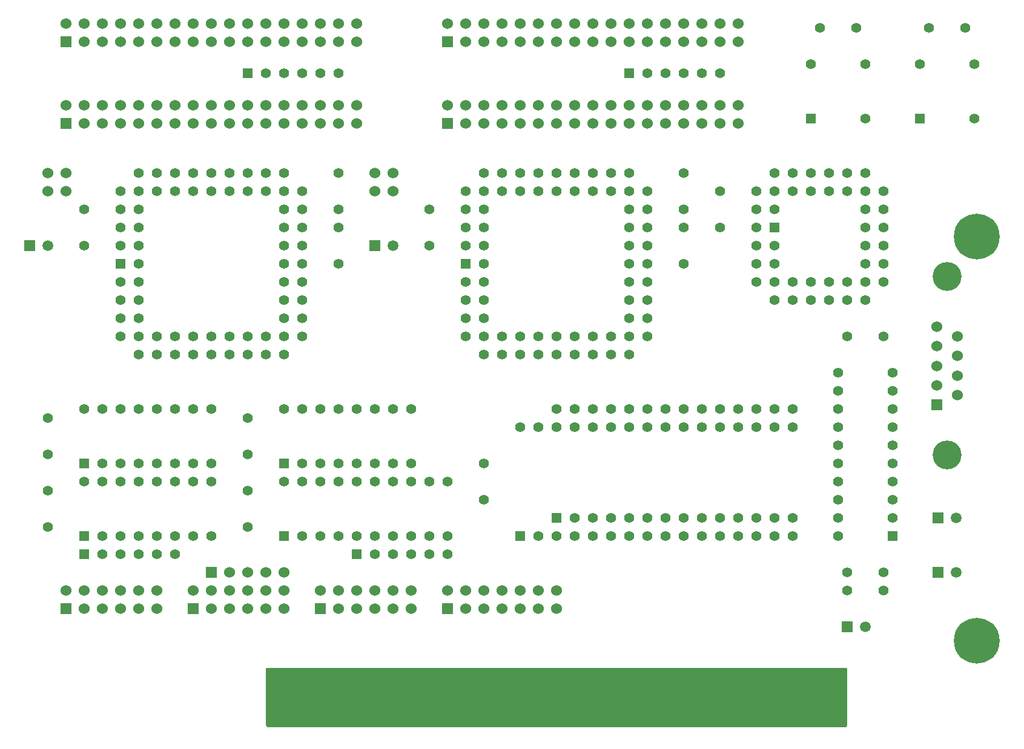
<source format=gts>
%TF.GenerationSoftware,KiCad,Pcbnew,(5.1.8)-1*%
%TF.CreationDate,2021-12-03T10:01:59-08:00*%
%TF.ProjectId,isa_monster_fdc,6973615f-6d6f-46e7-9374-65725f666463,1.0*%
%TF.SameCoordinates,Original*%
%TF.FileFunction,Soldermask,Top*%
%TF.FilePolarity,Negative*%
%FSLAX46Y46*%
G04 Gerber Fmt 4.6, Leading zero omitted, Abs format (unit mm)*
G04 Created by KiCad (PCBNEW (5.1.8)-1) date 2021-12-03 10:01:59*
%MOMM*%
%LPD*%
G01*
G04 APERTURE LIST*
%ADD10C,1.524000*%
%ADD11R,1.524000X1.524000*%
%ADD12C,1.397000*%
%ADD13R,1.397000X1.397000*%
%ADD14C,4.048760*%
%ADD15R,1.490980X1.490980*%
%ADD16C,1.490980*%
%ADD17C,0.800000*%
%ADD18C,6.400000*%
%ADD19C,0.254000*%
%ADD20C,0.150000*%
G04 APERTURE END LIST*
D10*
%TO.C,J2*%
X167640000Y-65405000D03*
X172720000Y-62865000D03*
X165100000Y-62865000D03*
X170180000Y-65405000D03*
X172720000Y-65405000D03*
X167640000Y-62865000D03*
X165100000Y-65405000D03*
X170180000Y-62865000D03*
X162560000Y-62865000D03*
X162560000Y-65405000D03*
X160020000Y-62865000D03*
X160020000Y-65405000D03*
X157480000Y-62865000D03*
X157480000Y-65405000D03*
X154940000Y-62865000D03*
X154940000Y-65405000D03*
X152400000Y-62865000D03*
X152400000Y-65405000D03*
X149860000Y-62865000D03*
X149860000Y-65405000D03*
X147320000Y-62865000D03*
X147320000Y-65405000D03*
X144780000Y-62865000D03*
X144780000Y-65405000D03*
X142240000Y-62865000D03*
X142240000Y-65405000D03*
X139700000Y-62865000D03*
X139700000Y-65405000D03*
X137160000Y-62865000D03*
X137160000Y-65405000D03*
X134620000Y-62865000D03*
X134620000Y-65405000D03*
X132080000Y-62865000D03*
D11*
X132080000Y-65405000D03*
%TD*%
D10*
%TO.C,J4*%
X114300000Y-65405000D03*
X119380000Y-62865000D03*
X111760000Y-62865000D03*
X116840000Y-65405000D03*
X119380000Y-65405000D03*
X114300000Y-62865000D03*
X111760000Y-65405000D03*
X116840000Y-62865000D03*
X109220000Y-62865000D03*
X109220000Y-65405000D03*
X106680000Y-62865000D03*
X106680000Y-65405000D03*
X104140000Y-62865000D03*
X104140000Y-65405000D03*
X101600000Y-62865000D03*
X101600000Y-65405000D03*
X99060000Y-62865000D03*
X99060000Y-65405000D03*
X96520000Y-62865000D03*
X96520000Y-65405000D03*
X93980000Y-62865000D03*
X93980000Y-65405000D03*
X91440000Y-62865000D03*
X91440000Y-65405000D03*
X88900000Y-62865000D03*
X88900000Y-65405000D03*
X86360000Y-62865000D03*
X86360000Y-65405000D03*
X83820000Y-62865000D03*
X83820000Y-65405000D03*
X81280000Y-62865000D03*
X81280000Y-65405000D03*
X78740000Y-62865000D03*
D11*
X78740000Y-65405000D03*
%TD*%
D10*
%TO.C,J1*%
X167640000Y-53975000D03*
X172720000Y-51435000D03*
X165100000Y-51435000D03*
X170180000Y-53975000D03*
X172720000Y-53975000D03*
X167640000Y-51435000D03*
X165100000Y-53975000D03*
X170180000Y-51435000D03*
X162560000Y-51435000D03*
X162560000Y-53975000D03*
X160020000Y-51435000D03*
X160020000Y-53975000D03*
X157480000Y-51435000D03*
X157480000Y-53975000D03*
X154940000Y-51435000D03*
X154940000Y-53975000D03*
X152400000Y-51435000D03*
X152400000Y-53975000D03*
X149860000Y-51435000D03*
X149860000Y-53975000D03*
X147320000Y-51435000D03*
X147320000Y-53975000D03*
X144780000Y-51435000D03*
X144780000Y-53975000D03*
X142240000Y-51435000D03*
X142240000Y-53975000D03*
X139700000Y-51435000D03*
X139700000Y-53975000D03*
X137160000Y-51435000D03*
X137160000Y-53975000D03*
X134620000Y-51435000D03*
X134620000Y-53975000D03*
X132080000Y-51435000D03*
D11*
X132080000Y-53975000D03*
%TD*%
D10*
%TO.C,J3*%
X114300000Y-53975000D03*
X119380000Y-51435000D03*
X111760000Y-51435000D03*
X116840000Y-53975000D03*
X119380000Y-53975000D03*
X114300000Y-51435000D03*
X111760000Y-53975000D03*
X116840000Y-51435000D03*
X109220000Y-51435000D03*
X109220000Y-53975000D03*
X106680000Y-51435000D03*
X106680000Y-53975000D03*
X104140000Y-51435000D03*
X104140000Y-53975000D03*
X101600000Y-51435000D03*
X101600000Y-53975000D03*
X99060000Y-51435000D03*
X99060000Y-53975000D03*
X96520000Y-51435000D03*
X96520000Y-53975000D03*
X93980000Y-51435000D03*
X93980000Y-53975000D03*
X91440000Y-51435000D03*
X91440000Y-53975000D03*
X88900000Y-51435000D03*
X88900000Y-53975000D03*
X86360000Y-51435000D03*
X86360000Y-53975000D03*
X83820000Y-51435000D03*
X83820000Y-53975000D03*
X81280000Y-51435000D03*
X81280000Y-53975000D03*
X78740000Y-51435000D03*
D11*
X78740000Y-53975000D03*
%TD*%
D12*
%TO.C,U3*%
X175260000Y-80010000D03*
X177800000Y-77470000D03*
X175260000Y-77470000D03*
X177800000Y-74930000D03*
X175260000Y-74930000D03*
X177800000Y-72390000D03*
X180340000Y-74930000D03*
X180340000Y-72390000D03*
X182880000Y-74930000D03*
X182880000Y-72390000D03*
X185420000Y-74930000D03*
X185420000Y-72390000D03*
X187960000Y-74930000D03*
X187960000Y-72390000D03*
X190500000Y-74930000D03*
X190500000Y-72390000D03*
X193040000Y-74930000D03*
X190500000Y-77470000D03*
X193040000Y-77470000D03*
X190500000Y-80010000D03*
X193040000Y-80010000D03*
X190500000Y-82550000D03*
X193040000Y-82550000D03*
X190500000Y-85090000D03*
X193040000Y-85090000D03*
X190500000Y-87630000D03*
X193040000Y-87630000D03*
X190500000Y-90170000D03*
X187960000Y-87630000D03*
X187960000Y-90170000D03*
X185420000Y-87630000D03*
X185420000Y-90170000D03*
X182880000Y-87630000D03*
X182880000Y-90170000D03*
X180340000Y-87630000D03*
X180340000Y-90170000D03*
X177800000Y-87630000D03*
X177800000Y-90170000D03*
X175260000Y-87630000D03*
X177800000Y-85090000D03*
X175260000Y-85090000D03*
X177800000Y-82550000D03*
X175260000Y-82550000D03*
D13*
X177800000Y-80010000D03*
%TD*%
D12*
%TO.C,X1*%
X182880000Y-57150000D03*
X190500000Y-57150000D03*
X190500000Y-64770000D03*
D13*
X182880000Y-64770000D03*
%TD*%
D12*
%TO.C,X2*%
X198120000Y-57150000D03*
X205740000Y-57150000D03*
X205740000Y-64770000D03*
D13*
X198120000Y-64770000D03*
%TD*%
D10*
%TO.C,J5*%
X203352400Y-103479600D03*
X203352400Y-100761800D03*
X203352400Y-97993200D03*
X203352400Y-95250000D03*
X200507600Y-93878400D03*
X200507600Y-96621600D03*
X200507600Y-99364800D03*
X200507600Y-102108000D03*
D11*
X200507600Y-104851200D03*
D14*
X201930000Y-86870540D03*
X201930000Y-111859060D03*
%TD*%
D12*
%TO.C,U1*%
X137160000Y-82550000D03*
X134620000Y-82550000D03*
X137160000Y-80010000D03*
X134620000Y-80010000D03*
X137160000Y-77470000D03*
X134620000Y-77470000D03*
X137160000Y-74930000D03*
X134620000Y-74930000D03*
X137160000Y-72390000D03*
X139700000Y-74930000D03*
X139700000Y-72390000D03*
X142240000Y-74930000D03*
X142240000Y-72390000D03*
X144780000Y-74930000D03*
X144780000Y-72390000D03*
X147320000Y-74930000D03*
X147320000Y-72390000D03*
X149860000Y-74930000D03*
X149860000Y-72390000D03*
X152400000Y-74930000D03*
X152400000Y-72390000D03*
X154940000Y-74930000D03*
X154940000Y-72390000D03*
X157480000Y-74930000D03*
X157480000Y-72390000D03*
X160020000Y-74930000D03*
X157480000Y-77470000D03*
X160020000Y-77470000D03*
X157480000Y-80010000D03*
X160020000Y-80010000D03*
X157480000Y-82550000D03*
X160020000Y-82550000D03*
X157480000Y-85090000D03*
X160020000Y-85090000D03*
X157480000Y-87630000D03*
X160020000Y-87630000D03*
X157480000Y-90170000D03*
X160020000Y-90170000D03*
X157480000Y-92710000D03*
X160020000Y-92710000D03*
X157480000Y-95250000D03*
X160020000Y-95250000D03*
X157480000Y-97790000D03*
X154940000Y-95250000D03*
X154940000Y-97790000D03*
X152400000Y-95250000D03*
X152400000Y-97790000D03*
X149860000Y-95250000D03*
X149860000Y-97790000D03*
X147320000Y-95250000D03*
X147320000Y-97790000D03*
X144780000Y-95250000D03*
X144780000Y-97790000D03*
X142240000Y-95250000D03*
X142240000Y-97790000D03*
X139700000Y-95250000D03*
X139700000Y-97790000D03*
X137160000Y-95250000D03*
X137160000Y-97790000D03*
X134620000Y-95250000D03*
X137160000Y-92710000D03*
X134620000Y-92710000D03*
X137160000Y-90170000D03*
X134620000Y-90170000D03*
X137160000Y-87630000D03*
X134620000Y-87630000D03*
X137160000Y-85090000D03*
D13*
X134620000Y-85090000D03*
%TD*%
D12*
%TO.C,U2*%
X88900000Y-82550000D03*
X86360000Y-82550000D03*
X88900000Y-80010000D03*
X86360000Y-80010000D03*
X88900000Y-77470000D03*
X86360000Y-77470000D03*
X88900000Y-74930000D03*
X86360000Y-74930000D03*
X88900000Y-72390000D03*
X91440000Y-74930000D03*
X91440000Y-72390000D03*
X93980000Y-74930000D03*
X93980000Y-72390000D03*
X96520000Y-74930000D03*
X96520000Y-72390000D03*
X99060000Y-74930000D03*
X99060000Y-72390000D03*
X101600000Y-74930000D03*
X101600000Y-72390000D03*
X104140000Y-74930000D03*
X104140000Y-72390000D03*
X106680000Y-74930000D03*
X106680000Y-72390000D03*
X109220000Y-74930000D03*
X109220000Y-72390000D03*
X111760000Y-74930000D03*
X109220000Y-77470000D03*
X111760000Y-77470000D03*
X109220000Y-80010000D03*
X111760000Y-80010000D03*
X109220000Y-82550000D03*
X111760000Y-82550000D03*
X109220000Y-85090000D03*
X111760000Y-85090000D03*
X109220000Y-87630000D03*
X111760000Y-87630000D03*
X109220000Y-90170000D03*
X111760000Y-90170000D03*
X109220000Y-92710000D03*
X111760000Y-92710000D03*
X109220000Y-95250000D03*
X111760000Y-95250000D03*
X109220000Y-97790000D03*
X106680000Y-95250000D03*
X106680000Y-97790000D03*
X104140000Y-95250000D03*
X104140000Y-97790000D03*
X101600000Y-95250000D03*
X101600000Y-97790000D03*
X99060000Y-95250000D03*
X99060000Y-97790000D03*
X96520000Y-95250000D03*
X96520000Y-97790000D03*
X93980000Y-95250000D03*
X93980000Y-97790000D03*
X91440000Y-95250000D03*
X91440000Y-97790000D03*
X88900000Y-95250000D03*
X88900000Y-97790000D03*
X86360000Y-95250000D03*
X88900000Y-92710000D03*
X86360000Y-92710000D03*
X88900000Y-90170000D03*
X86360000Y-90170000D03*
X88900000Y-87630000D03*
X86360000Y-87630000D03*
X88900000Y-85090000D03*
D13*
X86360000Y-85090000D03*
%TD*%
%TO.C,U5*%
X142240000Y-123190000D03*
D12*
X144780000Y-123190000D03*
X147320000Y-123190000D03*
X149860000Y-123190000D03*
X152400000Y-123190000D03*
X154940000Y-123190000D03*
X157480000Y-123190000D03*
X160020000Y-123190000D03*
X162560000Y-123190000D03*
X165100000Y-123190000D03*
X167640000Y-123190000D03*
X170180000Y-123190000D03*
X172720000Y-123190000D03*
X175260000Y-123190000D03*
X177800000Y-123190000D03*
X180340000Y-123190000D03*
X180340000Y-107950000D03*
X177800000Y-107950000D03*
X175260000Y-107950000D03*
X172720000Y-107950000D03*
X170180000Y-107950000D03*
X167640000Y-107950000D03*
X165100000Y-107950000D03*
X162560000Y-107950000D03*
X160020000Y-107950000D03*
X157480000Y-107950000D03*
X154940000Y-107950000D03*
X152400000Y-107950000D03*
X149860000Y-107950000D03*
X147320000Y-107950000D03*
X144780000Y-107950000D03*
X142240000Y-107950000D03*
%TD*%
D13*
%TO.C,U8*%
X109220000Y-113030000D03*
D12*
X111760000Y-113030000D03*
X114300000Y-113030000D03*
X116840000Y-113030000D03*
X119380000Y-113030000D03*
X121920000Y-113030000D03*
X124460000Y-113030000D03*
X127000000Y-113030000D03*
X127000000Y-105410000D03*
X124460000Y-105410000D03*
X121920000Y-105410000D03*
X119380000Y-105410000D03*
X116840000Y-105410000D03*
X114300000Y-105410000D03*
X111760000Y-105410000D03*
X109220000Y-105410000D03*
%TD*%
D13*
%TO.C,U7*%
X109220000Y-123190000D03*
D12*
X111760000Y-123190000D03*
X114300000Y-123190000D03*
X116840000Y-123190000D03*
X119380000Y-123190000D03*
X121920000Y-123190000D03*
X124460000Y-123190000D03*
X127000000Y-123190000D03*
X129540000Y-123190000D03*
X132080000Y-123190000D03*
X132080000Y-115570000D03*
X129540000Y-115570000D03*
X127000000Y-115570000D03*
X124460000Y-115570000D03*
X121920000Y-115570000D03*
X119380000Y-115570000D03*
X116840000Y-115570000D03*
X114300000Y-115570000D03*
X111760000Y-115570000D03*
X109220000Y-115570000D03*
%TD*%
D13*
%TO.C,U10*%
X81280000Y-113030000D03*
D12*
X83820000Y-113030000D03*
X86360000Y-113030000D03*
X88900000Y-113030000D03*
X91440000Y-113030000D03*
X93980000Y-113030000D03*
X96520000Y-113030000D03*
X99060000Y-113030000D03*
X99060000Y-105410000D03*
X96520000Y-105410000D03*
X93980000Y-105410000D03*
X91440000Y-105410000D03*
X88900000Y-105410000D03*
X86360000Y-105410000D03*
X83820000Y-105410000D03*
X81280000Y-105410000D03*
%TD*%
%TO.C,BUS1*%
G36*
G01*
X108331000Y-149352000D02*
X108331000Y-142113000D01*
G75*
G02*
X108775500Y-141668500I444500J0D01*
G01*
X109664500Y-141668500D01*
G75*
G02*
X110109000Y-142113000I0J-444500D01*
G01*
X110109000Y-149352000D01*
G75*
G02*
X109664500Y-149796500I-444500J0D01*
G01*
X108775500Y-149796500D01*
G75*
G02*
X108331000Y-149352000I0J444500D01*
G01*
G37*
G36*
G01*
X110871000Y-149352000D02*
X110871000Y-142113000D01*
G75*
G02*
X111315500Y-141668500I444500J0D01*
G01*
X112204500Y-141668500D01*
G75*
G02*
X112649000Y-142113000I0J-444500D01*
G01*
X112649000Y-149352000D01*
G75*
G02*
X112204500Y-149796500I-444500J0D01*
G01*
X111315500Y-149796500D01*
G75*
G02*
X110871000Y-149352000I0J444500D01*
G01*
G37*
G36*
G01*
X113411000Y-149352000D02*
X113411000Y-142113000D01*
G75*
G02*
X113855500Y-141668500I444500J0D01*
G01*
X114744500Y-141668500D01*
G75*
G02*
X115189000Y-142113000I0J-444500D01*
G01*
X115189000Y-149352000D01*
G75*
G02*
X114744500Y-149796500I-444500J0D01*
G01*
X113855500Y-149796500D01*
G75*
G02*
X113411000Y-149352000I0J444500D01*
G01*
G37*
G36*
G01*
X115951000Y-149352000D02*
X115951000Y-142113000D01*
G75*
G02*
X116395500Y-141668500I444500J0D01*
G01*
X117284500Y-141668500D01*
G75*
G02*
X117729000Y-142113000I0J-444500D01*
G01*
X117729000Y-149352000D01*
G75*
G02*
X117284500Y-149796500I-444500J0D01*
G01*
X116395500Y-149796500D01*
G75*
G02*
X115951000Y-149352000I0J444500D01*
G01*
G37*
G36*
G01*
X118491000Y-149352000D02*
X118491000Y-142113000D01*
G75*
G02*
X118935500Y-141668500I444500J0D01*
G01*
X119824500Y-141668500D01*
G75*
G02*
X120269000Y-142113000I0J-444500D01*
G01*
X120269000Y-149352000D01*
G75*
G02*
X119824500Y-149796500I-444500J0D01*
G01*
X118935500Y-149796500D01*
G75*
G02*
X118491000Y-149352000I0J444500D01*
G01*
G37*
G36*
G01*
X121031000Y-149352000D02*
X121031000Y-142113000D01*
G75*
G02*
X121475500Y-141668500I444500J0D01*
G01*
X122364500Y-141668500D01*
G75*
G02*
X122809000Y-142113000I0J-444500D01*
G01*
X122809000Y-149352000D01*
G75*
G02*
X122364500Y-149796500I-444500J0D01*
G01*
X121475500Y-149796500D01*
G75*
G02*
X121031000Y-149352000I0J444500D01*
G01*
G37*
G36*
G01*
X123571000Y-149352000D02*
X123571000Y-142113000D01*
G75*
G02*
X124015500Y-141668500I444500J0D01*
G01*
X124904500Y-141668500D01*
G75*
G02*
X125349000Y-142113000I0J-444500D01*
G01*
X125349000Y-149352000D01*
G75*
G02*
X124904500Y-149796500I-444500J0D01*
G01*
X124015500Y-149796500D01*
G75*
G02*
X123571000Y-149352000I0J444500D01*
G01*
G37*
G36*
G01*
X126111000Y-149352000D02*
X126111000Y-142113000D01*
G75*
G02*
X126555500Y-141668500I444500J0D01*
G01*
X127444500Y-141668500D01*
G75*
G02*
X127889000Y-142113000I0J-444500D01*
G01*
X127889000Y-149352000D01*
G75*
G02*
X127444500Y-149796500I-444500J0D01*
G01*
X126555500Y-149796500D01*
G75*
G02*
X126111000Y-149352000I0J444500D01*
G01*
G37*
G36*
G01*
X128651000Y-149352000D02*
X128651000Y-142113000D01*
G75*
G02*
X129095500Y-141668500I444500J0D01*
G01*
X129984500Y-141668500D01*
G75*
G02*
X130429000Y-142113000I0J-444500D01*
G01*
X130429000Y-149352000D01*
G75*
G02*
X129984500Y-149796500I-444500J0D01*
G01*
X129095500Y-149796500D01*
G75*
G02*
X128651000Y-149352000I0J444500D01*
G01*
G37*
G36*
G01*
X131191000Y-149352000D02*
X131191000Y-142113000D01*
G75*
G02*
X131635500Y-141668500I444500J0D01*
G01*
X132524500Y-141668500D01*
G75*
G02*
X132969000Y-142113000I0J-444500D01*
G01*
X132969000Y-149352000D01*
G75*
G02*
X132524500Y-149796500I-444500J0D01*
G01*
X131635500Y-149796500D01*
G75*
G02*
X131191000Y-149352000I0J444500D01*
G01*
G37*
G36*
G01*
X133731000Y-149352000D02*
X133731000Y-142113000D01*
G75*
G02*
X134175500Y-141668500I444500J0D01*
G01*
X135064500Y-141668500D01*
G75*
G02*
X135509000Y-142113000I0J-444500D01*
G01*
X135509000Y-149352000D01*
G75*
G02*
X135064500Y-149796500I-444500J0D01*
G01*
X134175500Y-149796500D01*
G75*
G02*
X133731000Y-149352000I0J444500D01*
G01*
G37*
G36*
G01*
X136271000Y-149352000D02*
X136271000Y-142113000D01*
G75*
G02*
X136715500Y-141668500I444500J0D01*
G01*
X137604500Y-141668500D01*
G75*
G02*
X138049000Y-142113000I0J-444500D01*
G01*
X138049000Y-149352000D01*
G75*
G02*
X137604500Y-149796500I-444500J0D01*
G01*
X136715500Y-149796500D01*
G75*
G02*
X136271000Y-149352000I0J444500D01*
G01*
G37*
G36*
G01*
X138811000Y-149352000D02*
X138811000Y-142113000D01*
G75*
G02*
X139255500Y-141668500I444500J0D01*
G01*
X140144500Y-141668500D01*
G75*
G02*
X140589000Y-142113000I0J-444500D01*
G01*
X140589000Y-149352000D01*
G75*
G02*
X140144500Y-149796500I-444500J0D01*
G01*
X139255500Y-149796500D01*
G75*
G02*
X138811000Y-149352000I0J444500D01*
G01*
G37*
G36*
G01*
X141351000Y-149352000D02*
X141351000Y-142113000D01*
G75*
G02*
X141795500Y-141668500I444500J0D01*
G01*
X142684500Y-141668500D01*
G75*
G02*
X143129000Y-142113000I0J-444500D01*
G01*
X143129000Y-149352000D01*
G75*
G02*
X142684500Y-149796500I-444500J0D01*
G01*
X141795500Y-149796500D01*
G75*
G02*
X141351000Y-149352000I0J444500D01*
G01*
G37*
G36*
G01*
X143891000Y-149352000D02*
X143891000Y-142113000D01*
G75*
G02*
X144335500Y-141668500I444500J0D01*
G01*
X145224500Y-141668500D01*
G75*
G02*
X145669000Y-142113000I0J-444500D01*
G01*
X145669000Y-149352000D01*
G75*
G02*
X145224500Y-149796500I-444500J0D01*
G01*
X144335500Y-149796500D01*
G75*
G02*
X143891000Y-149352000I0J444500D01*
G01*
G37*
G36*
G01*
X146431000Y-149352000D02*
X146431000Y-142113000D01*
G75*
G02*
X146875500Y-141668500I444500J0D01*
G01*
X147764500Y-141668500D01*
G75*
G02*
X148209000Y-142113000I0J-444500D01*
G01*
X148209000Y-149352000D01*
G75*
G02*
X147764500Y-149796500I-444500J0D01*
G01*
X146875500Y-149796500D01*
G75*
G02*
X146431000Y-149352000I0J444500D01*
G01*
G37*
G36*
G01*
X148971000Y-149352000D02*
X148971000Y-142113000D01*
G75*
G02*
X149415500Y-141668500I444500J0D01*
G01*
X150304500Y-141668500D01*
G75*
G02*
X150749000Y-142113000I0J-444500D01*
G01*
X150749000Y-149352000D01*
G75*
G02*
X150304500Y-149796500I-444500J0D01*
G01*
X149415500Y-149796500D01*
G75*
G02*
X148971000Y-149352000I0J444500D01*
G01*
G37*
G36*
G01*
X151511000Y-149352000D02*
X151511000Y-142113000D01*
G75*
G02*
X151955500Y-141668500I444500J0D01*
G01*
X152844500Y-141668500D01*
G75*
G02*
X153289000Y-142113000I0J-444500D01*
G01*
X153289000Y-149352000D01*
G75*
G02*
X152844500Y-149796500I-444500J0D01*
G01*
X151955500Y-149796500D01*
G75*
G02*
X151511000Y-149352000I0J444500D01*
G01*
G37*
G36*
G01*
X154051000Y-149352000D02*
X154051000Y-142113000D01*
G75*
G02*
X154495500Y-141668500I444500J0D01*
G01*
X155384500Y-141668500D01*
G75*
G02*
X155829000Y-142113000I0J-444500D01*
G01*
X155829000Y-149352000D01*
G75*
G02*
X155384500Y-149796500I-444500J0D01*
G01*
X154495500Y-149796500D01*
G75*
G02*
X154051000Y-149352000I0J444500D01*
G01*
G37*
G36*
G01*
X156591000Y-149352000D02*
X156591000Y-142113000D01*
G75*
G02*
X157035500Y-141668500I444500J0D01*
G01*
X157924500Y-141668500D01*
G75*
G02*
X158369000Y-142113000I0J-444500D01*
G01*
X158369000Y-149352000D01*
G75*
G02*
X157924500Y-149796500I-444500J0D01*
G01*
X157035500Y-149796500D01*
G75*
G02*
X156591000Y-149352000I0J444500D01*
G01*
G37*
G36*
G01*
X159131000Y-149352000D02*
X159131000Y-142113000D01*
G75*
G02*
X159575500Y-141668500I444500J0D01*
G01*
X160464500Y-141668500D01*
G75*
G02*
X160909000Y-142113000I0J-444500D01*
G01*
X160909000Y-149352000D01*
G75*
G02*
X160464500Y-149796500I-444500J0D01*
G01*
X159575500Y-149796500D01*
G75*
G02*
X159131000Y-149352000I0J444500D01*
G01*
G37*
G36*
G01*
X161671000Y-149352000D02*
X161671000Y-142113000D01*
G75*
G02*
X162115500Y-141668500I444500J0D01*
G01*
X163004500Y-141668500D01*
G75*
G02*
X163449000Y-142113000I0J-444500D01*
G01*
X163449000Y-149352000D01*
G75*
G02*
X163004500Y-149796500I-444500J0D01*
G01*
X162115500Y-149796500D01*
G75*
G02*
X161671000Y-149352000I0J444500D01*
G01*
G37*
G36*
G01*
X164211000Y-149352000D02*
X164211000Y-142113000D01*
G75*
G02*
X164655500Y-141668500I444500J0D01*
G01*
X165544500Y-141668500D01*
G75*
G02*
X165989000Y-142113000I0J-444500D01*
G01*
X165989000Y-149352000D01*
G75*
G02*
X165544500Y-149796500I-444500J0D01*
G01*
X164655500Y-149796500D01*
G75*
G02*
X164211000Y-149352000I0J444500D01*
G01*
G37*
G36*
G01*
X166751000Y-149352000D02*
X166751000Y-142113000D01*
G75*
G02*
X167195500Y-141668500I444500J0D01*
G01*
X168084500Y-141668500D01*
G75*
G02*
X168529000Y-142113000I0J-444500D01*
G01*
X168529000Y-149352000D01*
G75*
G02*
X168084500Y-149796500I-444500J0D01*
G01*
X167195500Y-149796500D01*
G75*
G02*
X166751000Y-149352000I0J444500D01*
G01*
G37*
G36*
G01*
X169291000Y-149352000D02*
X169291000Y-142113000D01*
G75*
G02*
X169735500Y-141668500I444500J0D01*
G01*
X170624500Y-141668500D01*
G75*
G02*
X171069000Y-142113000I0J-444500D01*
G01*
X171069000Y-149352000D01*
G75*
G02*
X170624500Y-149796500I-444500J0D01*
G01*
X169735500Y-149796500D01*
G75*
G02*
X169291000Y-149352000I0J444500D01*
G01*
G37*
G36*
G01*
X171831000Y-149352000D02*
X171831000Y-142113000D01*
G75*
G02*
X172275500Y-141668500I444500J0D01*
G01*
X173164500Y-141668500D01*
G75*
G02*
X173609000Y-142113000I0J-444500D01*
G01*
X173609000Y-149352000D01*
G75*
G02*
X173164500Y-149796500I-444500J0D01*
G01*
X172275500Y-149796500D01*
G75*
G02*
X171831000Y-149352000I0J444500D01*
G01*
G37*
G36*
G01*
X174371000Y-149352000D02*
X174371000Y-142113000D01*
G75*
G02*
X174815500Y-141668500I444500J0D01*
G01*
X175704500Y-141668500D01*
G75*
G02*
X176149000Y-142113000I0J-444500D01*
G01*
X176149000Y-149352000D01*
G75*
G02*
X175704500Y-149796500I-444500J0D01*
G01*
X174815500Y-149796500D01*
G75*
G02*
X174371000Y-149352000I0J444500D01*
G01*
G37*
G36*
G01*
X176911000Y-149352000D02*
X176911000Y-142113000D01*
G75*
G02*
X177355500Y-141668500I444500J0D01*
G01*
X178244500Y-141668500D01*
G75*
G02*
X178689000Y-142113000I0J-444500D01*
G01*
X178689000Y-149352000D01*
G75*
G02*
X178244500Y-149796500I-444500J0D01*
G01*
X177355500Y-149796500D01*
G75*
G02*
X176911000Y-149352000I0J444500D01*
G01*
G37*
G36*
G01*
X179451000Y-149352000D02*
X179451000Y-142113000D01*
G75*
G02*
X179895500Y-141668500I444500J0D01*
G01*
X180784500Y-141668500D01*
G75*
G02*
X181229000Y-142113000I0J-444500D01*
G01*
X181229000Y-149352000D01*
G75*
G02*
X180784500Y-149796500I-444500J0D01*
G01*
X179895500Y-149796500D01*
G75*
G02*
X179451000Y-149352000I0J444500D01*
G01*
G37*
G36*
G01*
X181991000Y-149352000D02*
X181991000Y-142113000D01*
G75*
G02*
X182435500Y-141668500I444500J0D01*
G01*
X183324500Y-141668500D01*
G75*
G02*
X183769000Y-142113000I0J-444500D01*
G01*
X183769000Y-149352000D01*
G75*
G02*
X183324500Y-149796500I-444500J0D01*
G01*
X182435500Y-149796500D01*
G75*
G02*
X181991000Y-149352000I0J444500D01*
G01*
G37*
G36*
G01*
X184531000Y-149352000D02*
X184531000Y-142113000D01*
G75*
G02*
X184975500Y-141668500I444500J0D01*
G01*
X185864500Y-141668500D01*
G75*
G02*
X186309000Y-142113000I0J-444500D01*
G01*
X186309000Y-149352000D01*
G75*
G02*
X185864500Y-149796500I-444500J0D01*
G01*
X184975500Y-149796500D01*
G75*
G02*
X184531000Y-149352000I0J444500D01*
G01*
G37*
%TD*%
D15*
%TO.C,C20*%
X73680000Y-82550000D03*
D16*
X76180000Y-82550000D03*
%TD*%
D12*
%TO.C,RN2*%
X116840000Y-58420000D03*
X114300000Y-58420000D03*
X111760000Y-58420000D03*
X109220000Y-58420000D03*
X106680000Y-58420000D03*
D13*
X104140000Y-58420000D03*
%TD*%
D12*
%TO.C,C1*%
X165100000Y-80010000D03*
X165100000Y-85090000D03*
%TD*%
%TO.C,C2*%
X116840000Y-85090000D03*
X116840000Y-80010000D03*
%TD*%
%TO.C,C3*%
X165100000Y-77470000D03*
X165100000Y-72390000D03*
%TD*%
%TO.C,C4*%
X116840000Y-72390000D03*
X116840000Y-77470000D03*
%TD*%
%TO.C,C5*%
X129540000Y-82550000D03*
X129540000Y-77470000D03*
%TD*%
%TO.C,C6*%
X81280000Y-77470000D03*
X81280000Y-82550000D03*
%TD*%
%TO.C,C7*%
X170180000Y-80010000D03*
X170180000Y-74930000D03*
%TD*%
%TO.C,C8*%
X193040000Y-128270000D03*
X187960000Y-128270000D03*
%TD*%
%TO.C,C9*%
X137160000Y-113030000D03*
X137160000Y-118110000D03*
%TD*%
%TO.C,C10*%
X104140000Y-121920000D03*
X104140000Y-116840000D03*
%TD*%
%TO.C,C11*%
X104140000Y-106680000D03*
X104140000Y-111760000D03*
%TD*%
%TO.C,C12*%
X76200000Y-121920000D03*
X76200000Y-116840000D03*
%TD*%
%TO.C,C13*%
X76200000Y-106680000D03*
X76200000Y-111760000D03*
%TD*%
%TO.C,C14*%
X189230000Y-52070000D03*
X184150000Y-52070000D03*
%TD*%
%TO.C,C15*%
X199390000Y-52070000D03*
X204470000Y-52070000D03*
%TD*%
%TO.C,C16*%
X193040000Y-130810000D03*
X187960000Y-130810000D03*
%TD*%
%TO.C,C17*%
X187960000Y-95250000D03*
X193040000Y-95250000D03*
%TD*%
D16*
%TO.C,C18*%
X190480000Y-135890000D03*
D15*
X187980000Y-135890000D03*
%TD*%
D16*
%TO.C,C19*%
X124440000Y-82550000D03*
D15*
X121940000Y-82550000D03*
%TD*%
D16*
%TO.C,C22*%
X203180000Y-120650000D03*
D15*
X200680000Y-120650000D03*
%TD*%
%TO.C,C23*%
X200680000Y-128270000D03*
D16*
X203180000Y-128270000D03*
%TD*%
D17*
%TO.C,HOLE1*%
X207818056Y-79582944D03*
X206121000Y-78880000D03*
X204423944Y-79582944D03*
X203721000Y-81280000D03*
X204423944Y-82977056D03*
X206121000Y-83680000D03*
X207818056Y-82977056D03*
X208521000Y-81280000D03*
D18*
X206121000Y-81280000D03*
%TD*%
%TO.C,HOLE2*%
X206121000Y-137795000D03*
D17*
X208521000Y-137795000D03*
X207818056Y-139492056D03*
X206121000Y-140195000D03*
X204423944Y-139492056D03*
X203721000Y-137795000D03*
X204423944Y-136097944D03*
X206121000Y-135395000D03*
X207818056Y-136097944D03*
%TD*%
D10*
%TO.C,JP6*%
X121920000Y-72390000D03*
X121920000Y-74930000D03*
%TD*%
%TO.C,JP7*%
X124460000Y-74930000D03*
X124460000Y-72390000D03*
%TD*%
%TO.C,JP8*%
X76200000Y-72390000D03*
X76200000Y-74930000D03*
%TD*%
%TO.C,JP9*%
X78740000Y-74930000D03*
X78740000Y-72390000D03*
%TD*%
D13*
%TO.C,U6*%
X147320000Y-120650000D03*
D12*
X149860000Y-120650000D03*
X152400000Y-120650000D03*
X154940000Y-120650000D03*
X157480000Y-120650000D03*
X160020000Y-120650000D03*
X162560000Y-120650000D03*
X165100000Y-120650000D03*
X167640000Y-120650000D03*
X170180000Y-120650000D03*
X172720000Y-120650000D03*
X175260000Y-120650000D03*
X177800000Y-120650000D03*
X180340000Y-120650000D03*
X180340000Y-105410000D03*
X177800000Y-105410000D03*
X175260000Y-105410000D03*
X172720000Y-105410000D03*
X170180000Y-105410000D03*
X167640000Y-105410000D03*
X165100000Y-105410000D03*
X162560000Y-105410000D03*
X160020000Y-105410000D03*
X157480000Y-105410000D03*
X154940000Y-105410000D03*
X152400000Y-105410000D03*
X149860000Y-105410000D03*
X147320000Y-105410000D03*
%TD*%
%TO.C,U9*%
X81280000Y-115570000D03*
X83820000Y-115570000D03*
X86360000Y-115570000D03*
X88900000Y-115570000D03*
X91440000Y-115570000D03*
X93980000Y-115570000D03*
X96520000Y-115570000D03*
X99060000Y-115570000D03*
X99060000Y-123190000D03*
X96520000Y-123190000D03*
X93980000Y-123190000D03*
X91440000Y-123190000D03*
X88900000Y-123190000D03*
X86360000Y-123190000D03*
X83820000Y-123190000D03*
D13*
X81280000Y-123190000D03*
%TD*%
D10*
%TO.C,JP1*%
X91440000Y-130810000D03*
X91440000Y-133350000D03*
X88900000Y-130810000D03*
X88900000Y-133350000D03*
X86360000Y-130810000D03*
X86360000Y-133350000D03*
X83820000Y-130810000D03*
X83820000Y-133350000D03*
X81280000Y-130810000D03*
X81280000Y-133350000D03*
X78740000Y-130810000D03*
D11*
X78740000Y-133350000D03*
%TD*%
%TO.C,JP2*%
X96520000Y-133350000D03*
D10*
X96520000Y-130810000D03*
X99060000Y-133350000D03*
X99060000Y-130810000D03*
X101600000Y-133350000D03*
X101600000Y-130810000D03*
X104140000Y-133350000D03*
X104140000Y-130810000D03*
X106680000Y-133350000D03*
X106680000Y-130810000D03*
X109220000Y-133350000D03*
X109220000Y-130810000D03*
%TD*%
D11*
%TO.C,JP3*%
X114300000Y-133350000D03*
D10*
X114300000Y-130810000D03*
X116840000Y-133350000D03*
X116840000Y-130810000D03*
X119380000Y-133350000D03*
X119380000Y-130810000D03*
X121920000Y-133350000D03*
X121920000Y-130810000D03*
X124460000Y-133350000D03*
X124460000Y-130810000D03*
X127000000Y-133350000D03*
X127000000Y-130810000D03*
%TD*%
D11*
%TO.C,JP4*%
X99060000Y-128270000D03*
D10*
X101600000Y-128270000D03*
X104140000Y-128270000D03*
X106680000Y-128270000D03*
X109220000Y-128270000D03*
%TD*%
D11*
%TO.C,JP5*%
X132080000Y-133350000D03*
D10*
X132080000Y-130810000D03*
X134620000Y-133350000D03*
X134620000Y-130810000D03*
X137160000Y-133350000D03*
X137160000Y-130810000D03*
X139700000Y-133350000D03*
X139700000Y-130810000D03*
X142240000Y-133350000D03*
X142240000Y-130810000D03*
X144780000Y-133350000D03*
X144780000Y-130810000D03*
X147320000Y-133350000D03*
X147320000Y-130810000D03*
%TD*%
D12*
%TO.C,RN1*%
X170180000Y-58420000D03*
X167640000Y-58420000D03*
X165100000Y-58420000D03*
X162560000Y-58420000D03*
X160020000Y-58420000D03*
D13*
X157480000Y-58420000D03*
%TD*%
%TO.C,RN3*%
X119380000Y-125730000D03*
D12*
X121920000Y-125730000D03*
X124460000Y-125730000D03*
X127000000Y-125730000D03*
X129540000Y-125730000D03*
X132080000Y-125730000D03*
%TD*%
D13*
%TO.C,RN4*%
X81280000Y-125730000D03*
D12*
X83820000Y-125730000D03*
X86360000Y-125730000D03*
X88900000Y-125730000D03*
X91440000Y-125730000D03*
X93980000Y-125730000D03*
%TD*%
D13*
%TO.C,U4*%
X194310000Y-123190000D03*
D12*
X194310000Y-120650000D03*
X194310000Y-118110000D03*
X194310000Y-115570000D03*
X194310000Y-113030000D03*
X194310000Y-110490000D03*
X194310000Y-107950000D03*
X194310000Y-105410000D03*
X194310000Y-102870000D03*
X194310000Y-100330000D03*
X186690000Y-100330000D03*
X186690000Y-102870000D03*
X186690000Y-105410000D03*
X186690000Y-107950000D03*
X186690000Y-110490000D03*
X186690000Y-113030000D03*
X186690000Y-115570000D03*
X186690000Y-118110000D03*
X186690000Y-120650000D03*
X186690000Y-123190000D03*
%TD*%
D19*
X187833000Y-149597139D02*
X187774013Y-149674013D01*
X187697139Y-149733000D01*
X106942861Y-149733000D01*
X106865987Y-149674013D01*
X106807000Y-149597139D01*
X106807000Y-141732000D01*
X187833000Y-141732000D01*
X187833000Y-149597139D01*
D20*
G36*
X187833000Y-149597139D02*
G01*
X187774013Y-149674013D01*
X187697139Y-149733000D01*
X106942861Y-149733000D01*
X106865987Y-149674013D01*
X106807000Y-149597139D01*
X106807000Y-141732000D01*
X187833000Y-141732000D01*
X187833000Y-149597139D01*
G37*
M02*

</source>
